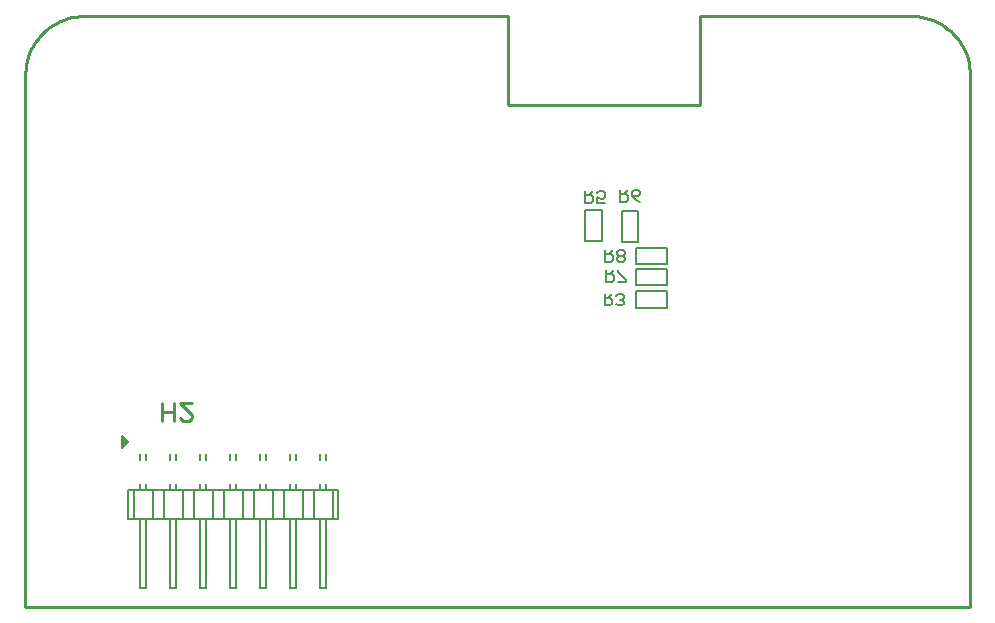
<source format=gbo>
%FSDAX24Y24*%
%MOIN*%
%SFA1B1*%

%IPPOS*%
%ADD19C,0.007900*%
%ADD21C,0.010000*%
%LNuppsense-1*%
%LPD*%
G54D19*
X028248Y029646D02*
X029272D01*
Y030197*
X028248D02*
X029272D01*
X028248Y029646D02*
Y030197D01*
Y030394D02*
X029272D01*
Y030945*
X028248D02*
X029272D01*
X028248Y030394D02*
Y030945D01*
X028228Y031102D02*
X029252D01*
Y031654*
X028228D02*
X029252D01*
X028228Y031102D02*
Y031654D01*
X027087Y031870D02*
Y032894D01*
X026535D02*
X027087D01*
X026535Y031870D02*
Y032894D01*
Y031870D02*
X027087D01*
X028307Y031850D02*
Y032874D01*
X027756D02*
X028307D01*
X027756Y031850D02*
Y032874D01*
Y031850D02*
X028307D01*
X017512Y022598D02*
Y023583D01*
X018134Y022598D02*
Y023583D01*
X017911Y024585D02*
Y024785D01*
X017711Y024585D02*
Y024785D01*
Y023585D02*
Y023785D01*
X017911Y023585D02*
Y023785D01*
Y020315D02*
Y022598D01*
X017711Y020315D02*
Y022585D01*
Y020315D02*
X017911D01*
X016512Y022598D02*
Y023583D01*
X017134Y022598D02*
Y023583D01*
X016911Y024585D02*
Y024785D01*
X016711Y024585D02*
Y024785D01*
Y023585D02*
Y023785D01*
X016911Y023585D02*
Y023785D01*
Y020315D02*
Y022598D01*
X016711Y020315D02*
Y022585D01*
Y020315D02*
X016911D01*
X018311Y022598D02*
Y023585D01*
X011291D02*
X018311D01*
X011911Y020315D02*
Y022598D01*
X011711Y020315D02*
Y022585D01*
Y020315D02*
X011911D01*
X011711Y023585D02*
Y023785D01*
X011911Y023585D02*
Y023785D01*
X011488Y022598D02*
Y023583D01*
X012118Y022598D02*
Y023583D01*
X011291Y022598D02*
Y023585D01*
X015711Y020315D02*
X015911D01*
X015711D02*
Y022585D01*
X015911Y020315D02*
Y022598D01*
X014711Y020315D02*
X014911D01*
X014711D02*
Y022585D01*
X014911Y020315D02*
Y022598D01*
X013711Y020315D02*
X013911D01*
X013711D02*
Y022585D01*
X013911Y020315D02*
Y022598D01*
X012711Y020315D02*
X012911D01*
X012711D02*
Y022585D01*
X012911Y020315D02*
Y022598D01*
X015911Y023585D02*
Y023785D01*
X015711Y023585D02*
Y023785D01*
Y024585D02*
Y024785D01*
X015911Y024585D02*
Y024785D01*
X014911Y023585D02*
Y023785D01*
X014711Y023585D02*
Y023785D01*
Y024585D02*
Y024785D01*
X014911Y024585D02*
Y024785D01*
X013911Y023585D02*
Y023785D01*
X013711Y023585D02*
Y023785D01*
Y024585D02*
Y024785D01*
X013911Y024585D02*
Y024785D01*
X012911Y023585D02*
Y023785D01*
X012711Y023585D02*
Y023785D01*
Y024585D02*
Y024785D01*
X012911Y024585D02*
Y024785D01*
X011911Y024585D02*
Y024785D01*
X011711Y024585D02*
Y024785D01*
X013512Y022598D02*
Y023583D01*
X016134Y022598D02*
Y023583D01*
X015118Y022598D02*
Y023583D01*
X015512Y022598D02*
Y023583D01*
X014118Y022598D02*
Y023583D01*
X014512Y022598D02*
Y023583D01*
X013118Y022598D02*
Y023583D01*
X012512Y022598D02*
Y023583D01*
X011291Y022598D02*
X018311D01*
X011112Y025289D02*
X011212D01*
Y025089D02*
Y025289D01*
X011112Y025089D02*
X011212D01*
X011112D02*
X011212Y025289D01*
Y025089D02*
Y025289D01*
X011112Y025189D02*
X011212Y025089D01*
X011112Y025189D02*
X011312D01*
X011112Y025389D02*
X011312Y025189D01*
X011112Y024989D02*
Y025389D01*
Y024989D02*
X011312Y025189D01*
X011112D02*
X011212Y025289D01*
X011112Y025189D02*
X011212Y025289D01*
X027205Y031575D02*
Y031181D01*
X027402*
X027467Y031247*
Y031378*
X027402Y031444*
X027205*
X027336D02*
X027467Y031575D01*
X027598Y031247D02*
X027664Y031181D01*
X027795*
X027861Y031247*
Y031312*
X027795Y031378*
X027861Y031444*
Y031509*
X027795Y031575*
X027664*
X027598Y031509*
Y031444*
X027664Y031378*
X027598Y031312*
Y031247*
X027664Y031378D02*
X027795D01*
X027244Y030906D02*
Y030512D01*
X027441*
X027506Y030578*
Y030709*
X027441Y030774*
X027244*
X027375D02*
X027506Y030906D01*
X027638Y030512D02*
X027900D01*
Y030578*
X027638Y030840*
Y030906*
X027717Y033583D02*
Y033189D01*
X027913*
X027979Y033255*
Y033386*
X027913Y033451*
X027717*
X027848D02*
X027979Y033583D01*
X028372Y033189D02*
X028241Y033255D01*
X028110Y033386*
Y033517*
X028176Y033583*
X028307*
X028372Y033517*
Y033451*
X028307Y033386*
X028110*
X026535Y033543D02*
Y033150D01*
X026732*
X026798Y033215*
Y033347*
X026732Y033412*
X026535*
X026667D02*
X026798Y033543D01*
X027191Y033150D02*
X026929D01*
Y033347*
X027060Y033281*
X027126*
X027191Y033347*
Y033478*
X027126Y033543*
X026995*
X026929Y033478*
X027185Y030118D02*
Y029725D01*
X027382*
X027447Y029790*
Y029921*
X027382Y029987*
X027185*
X027316D02*
X027447Y030118D01*
X027579Y029790D02*
X027644Y029725D01*
X027775*
X027841Y029790*
Y029856*
X027775Y029921*
X027710*
X027775*
X027841Y029987*
Y030053*
X027775Y030118*
X027644*
X027579Y030053*
G54D21*
X012441Y025869D02*
Y026469D01*
Y026169*
X012841*
Y025869*
Y026469*
X013441D02*
X013041D01*
X013441Y026069*
Y025969*
X013341Y025869*
X013141*
X013041Y025969*
X039370Y037402D02*
D01*
X039365Y037539*
X039350Y037676*
X039326Y037811*
X039293Y037944*
X039251Y038075*
X039199Y038202*
X039139Y038326*
X039070Y038445*
X038993Y038559*
X038909Y038667*
X038817Y038769*
X038718Y038865*
X038613Y038953*
X038502Y039034*
X038385Y039107*
X038264Y039171*
X038138Y039227*
X038009Y039274*
X037877Y039312*
X037742Y039341*
X037606Y039360*
X037469Y039369*
X037402Y039370*
X009843D02*
D01*
X009705Y039365*
X009568Y039350*
X009433Y039326*
X009300Y039293*
X009169Y039251*
X009042Y039199*
X008918Y039139*
X008799Y039070*
X008685Y038993*
X008577Y038909*
X008475Y038817*
X008379Y038718*
X008291Y038613*
X008210Y038502*
X008137Y038385*
X008073Y038264*
X008017Y038138*
X007970Y038009*
X007932Y037877*
X007903Y037742*
X007884Y037606*
X007875Y037469*
X007874Y037402*
Y019685D02*
X039370D01*
X023976Y036417D02*
X030374D01*
X023976D02*
Y039370D01*
X030374Y036417D02*
Y039370D01*
X039370Y019685D02*
Y037402D01*
X030374Y039370D02*
X037402D01*
X007874Y019685D02*
Y037402D01*
X009843Y039370D02*
X023976D01*
M02*
</source>
